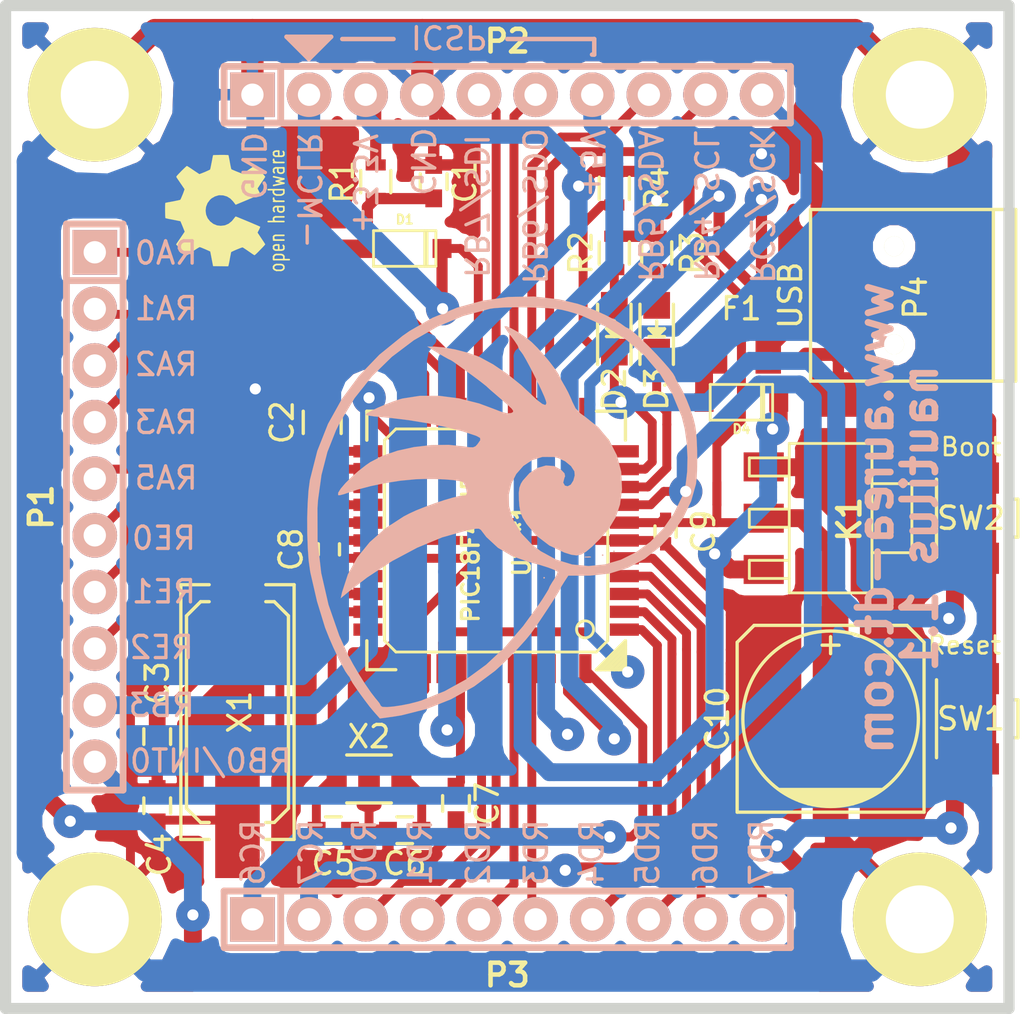
<source format=kicad_pcb>
(kicad_pcb (version 4) (host pcbnew no-vcs-found-product)
  (layers (0 F.Cu signal) (31 B.Cu signal) (34 B.Paste user) (35 F.Paste user) (36 B.SilkS user) (37 F.SilkS user) (38 B.Mask user) (39 F.Mask user) (44 Edge.Cuts user))
  (net 0 "")
  (net 1 +3.3V)
  (net 2 +5V)
  (net 3 /-MCLR)
  (net 4 /INT0)
  (net 5 GND)
  (net 6 "I²C SCL")
  (net 7 "I²C SDA")
  (net 8 "SPI MDI")
  (net 9 "SPI MDO")
  (net 10 "SPI SCK")
  (net 11 "Net-(C1-Pad1)")
  (net 12 "Net-(C2-Pad2)")
  (net 13 "Net-(C3-Pad2)")
  (net 14 "Net-(C4-Pad2)")
  (net 15 "Net-(C5-Pad2)")
  (net 16 "Net-(C6-Pad2)")
  (net 17 "Net-(D2-Pad1)")
  (net 18 "Net-(D2-Pad2)")
  (net 19 "Net-(D3-Pad1)")
  (net 20 "Net-(D3-Pad2)")
  (net 21 "Net-(D4-Pad1)")
  (net 22 "Net-(F1-Pad1)")
  (net 23 "Net-(P1-Pad1)")
  (net 24 "Net-(P1-Pad2)")
  (net 25 "Net-(P1-Pad3)")
  (net 26 "Net-(P1-Pad4)")
  (net 27 "Net-(P1-Pad5)")
  (net 28 "Net-(P1-Pad6)")
  (net 29 "Net-(P1-Pad7)")
  (net 30 "Net-(P1-Pad8)")
  (net 31 "Net-(P1-Pad9)")
  (net 32 "Net-(P3-Pad1)")
  (net 33 "Net-(P3-Pad2)")
  (net 34 "Net-(P3-Pad3)")
  (net 35 "Net-(P3-Pad4)")
  (net 36 "Net-(P3-Pad5)")
  (net 37 "Net-(P3-Pad6)")
  (net 38 "Net-(P3-Pad7)")
  (net 39 "Net-(P3-Pad8)")
  (net 40 "Net-(P3-Pad9)")
  (net 41 "Net-(P3-Pad10)")
  (net 42 "Net-(P4-Pad2)")
  (net 43 "Net-(P4-Pad3)")
  (module LOGO (layer B.Cu) (at 127.5 82.5 90)
    (fp_text reference G*** hide)
    (fp_text value LOGO hide)
  )
  (module 1pin (layer F.Cu) (at 146 64)
    (fp_text reference 1PIN hide)
    (fp_text value P*** hide)
    (pad 1 thru_hole circle (at 0 0) (size 6 6) (drill 3.048) (layers *.Cu *.Mask F.SilkS) (net 5 GND))
  )
  (module 1pin (layer F.Cu) (at 109 64)
    (fp_text reference 1PIN hide)
    (fp_text value P*** hide)
    (pad 1 thru_hole circle (at 0 0) (size 6 6) (drill 3.048) (layers *.Cu *.Mask F.SilkS) (net 5 GND))
  )
  (module 1pin (layer F.Cu) (at 146 101)
    (fp_text reference 1PIN hide)
    (fp_text value P*** hide)
    (pad 1 thru_hole circle (at 0 0) (size 6 6) (drill 3.048) (layers *.Cu *.Mask F.SilkS) (net 5 GND))
  )
  (module 1pin (layer F.Cu) (at 109 101)
    (fp_text reference 1PIN hide)
    (fp_text value P*** hide)
    (pad 1 thru_hole circle (at 0 0) (size 6 6) (drill 3.048) (layers *.Cu *.Mask F.SilkS) (net 5 GND))
  )
  (module Logo_silk_OSHW_6x6mm (layer F.Cu) (at 114.4 69.2 90)
    (fp_text reference G*** hide)
    (fp_text value LOGO hide)
  )
  (module Capacitors_SMD:C_0603 (layer F.Cu) (at 124.2 67.9 90)
    (fp_text reference C1 (at 0 1.4 90) (layer F.SilkS))
    (fp_text value 0.1uF)
    (pad 1 smd rect (at -0.75 0 90) (size 0.8 0.75) (layers F.Cu F.Paste F.Mask) (net 11 "Net-(C1-Pad1)"))
    (pad 2 smd rect (at 0.75 0 90) (size 0.8 0.75) (layers F.Cu F.Paste F.Mask) (net 5 GND))
  )
  (module Capacitors_SMD:C_0603 (layer F.Cu) (at 111.8 92.8 90)
    (fp_text reference C3 (at 2.4 0 90) (layer F.SilkS))
    (fp_text value 15pF)
    (pad 1 smd rect (at -0.75 0 90) (size 0.8 0.75) (layers F.Cu F.Paste F.Mask) (net 5 GND))
    (pad 2 smd rect (at 0.75 0 90) (size 0.8 0.75) (layers F.Cu F.Paste F.Mask) (net 13 "Net-(C3-Pad2)"))
  )
  (module Capacitors_SMD:C_0603 (layer F.Cu) (at 111.8 95.9 270)
    (fp_text reference C4 (at 2.2 -0.1 270) (layer F.SilkS))
    (fp_text value 15pF)
    (pad 1 smd rect (at -0.75 0 270) (size 0.8 0.75) (layers F.Cu F.Paste F.Mask) (net 5 GND))
    (pad 2 smd rect (at 0.75 0 270) (size 0.8 0.75) (layers F.Cu F.Paste F.Mask) (net 14 "Net-(C4-Pad2)"))
  )
  (module Capacitors_SMD:C_0603 (layer F.Cu) (at 119.7 97 180)
    (fp_text reference C5 (at 0 -1.5 180) (layer F.SilkS))
    (fp_text value 12pF)
    (pad 1 smd rect (at -0.75 0 180) (size 0.8 0.75) (layers F.Cu F.Paste F.Mask) (net 5 GND))
    (pad 2 smd rect (at 0.75 0 180) (size 0.8 0.75) (layers F.Cu F.Paste F.Mask) (net 15 "Net-(C5-Pad2)"))
  )
  (module Capacitors_SMD:C_0603 (layer F.Cu) (at 122.9 97)
    (fp_text reference C6 (at 0 1.5) (layer F.SilkS))
    (fp_text value 12pF)
    (pad 1 smd rect (at -0.75 0) (size 0.8 0.75) (layers F.Cu F.Paste F.Mask) (net 5 GND))
    (pad 2 smd rect (at 0.75 0) (size 0.8 0.75) (layers F.Cu F.Paste F.Mask) (net 16 "Net-(C6-Pad2)"))
  )
  (module Capacitors_SMD:C_0603 (layer F.Cu) (at 125.2 95.8 90)
    (fp_text reference C7 (at 0 1.4 90) (layer F.SilkS))
    (fp_text value 0.1uF)
    (pad 1 smd rect (at -0.75 0 90) (size 0.8 0.75) (layers F.Cu F.Paste F.Mask) (net 5 GND))
    (pad 2 smd rect (at 0.75 0 90) (size 0.8 0.75) (layers F.Cu F.Paste F.Mask) (net 1 +3.3V))
  )
  (module Capacitors_SMD:C_0402 (layer F.Cu) (at 119.5 84.4 90)
    (fp_text reference C8 (at 0 -1.7 90) (layer F.SilkS))
    (fp_text value 0.1uF)
    (pad 1 smd rect (at -0.55 0 90) (size 0.6 0.5) (layers F.Cu F.Paste F.Mask) (net 5 GND))
    (pad 2 smd rect (at 0.55 0 90) (size 0.6 0.5) (layers F.Cu F.Paste F.Mask) (net 1 +3.3V))
  )
  (module Capacitors_SMD:C_0402 (layer F.Cu) (at 134.6 83.6 270)
    (fp_text reference C9 (at 0 -1.7 270) (layer F.SilkS))
    (fp_text value 0.1uF)
    (pad 1 smd rect (at -0.55 0 270) (size 0.6 0.5) (layers F.Cu F.Paste F.Mask) (net 1 +3.3V))
    (pad 2 smd rect (at 0.55 0 270) (size 0.6 0.5) (layers F.Cu F.Paste F.Mask) (net 5 GND))
  )
  (module w_smd_diode:sod123 (layer F.Cu) (at 122.9 70.9)
    (fp_text reference D1 (at 0 -1.30048) (layer F.SilkS) (effects (font (size 0.4 0.4) (thickness 0.1))))
    (fp_text value DIODESCH hide)
    (pad 2 smd rect (at 1.67386 0) (size 0.8509 0.8509) (layers F.Cu F.Paste F.Mask) (net 3 /-MCLR))
    (pad 1 smd rect (at -1.67386 0) (size 0.8509 0.8509) (layers F.Cu F.Paste F.Mask) (net 11 "Net-(C1-Pad1)"))
  )
  (module LEDs:LED-0805 (layer F.Cu) (at 132.3 74.5 90)
    (fp_text reference D2 (at -2.7 0 90) (layer F.SilkS))
    (fp_text value LED)
    (pad 2 smd rect (at 1.04902 0 270) (size 1.19888 1.19888) (layers F.Cu F.Paste F.Mask) (net 18 "Net-(D2-Pad2)"))
    (pad 1 smd rect (at -1.04902 0 270) (size 1.19888 1.19888) (layers F.Cu F.Paste F.Mask) (net 17 "Net-(D2-Pad1)"))
  )
  (module LEDs:LED-0805 (layer F.Cu) (at 134.2 74.5 90)
    (fp_text reference D3 (at -2.7 0 90) (layer F.SilkS))
    (fp_text value LED)
    (pad 2 smd rect (at 1.04902 0 270) (size 1.19888 1.19888) (layers F.Cu F.Paste F.Mask) (net 20 "Net-(D3-Pad2)"))
    (pad 1 smd rect (at -1.04902 0 270) (size 1.19888 1.19888) (layers F.Cu F.Paste F.Mask) (net 19 "Net-(D3-Pad1)"))
  )
  (module w_smd_diode:sod123 (layer F.Cu) (at 138 77.8)
    (fp_text reference D4 (at 0 1.2) (layer F.SilkS) (effects (font (size 0.4 0.4) (thickness 0.1))))
    (fp_text value DIODESCH hide)
    (pad 2 smd rect (at 1.67386 0) (size 0.8509 0.8509) (layers F.Cu F.Paste F.Mask) (net 2 +5V))
    (pad 1 smd rect (at -1.67386 0) (size 0.8509 0.8509) (layers F.Cu F.Paste F.Mask) (net 21 "Net-(D4-Pad1)"))
  )
  (module w_smd_trans:sot223 (layer F.Cu) (at 142 83 270)
    (fp_text reference K1 (at 0.0508 -0.8382 270) (layer F.SilkS) (effects (font (size 1.00076 1.00076) (thickness 0.20066))))
    (fp_text value LD1117 hide)
    (pad 1 smd rect (at -2.30124 2.99974 270) (size 1.30048 1.80086) (layers F.Cu F.Paste F.Mask) (net 5 GND))
    (pad 2 smd rect (at 0 2.99974 270) (size 1.30048 1.80086) (layers F.Cu F.Paste F.Mask) (net 1 +3.3V))
    (pad 3 smd rect (at 2.30124 2.99974 270) (size 1.30048 1.80086) (layers F.Cu F.Paste F.Mask) (net 2 +5V))
    (pad 4 smd rect (at 0 -2.99974 270) (size 3.79984 1.80086) (layers F.Cu F.Paste F.Mask))
  )
  (module w_pin_strip:pin_socket_10 (layer B.Cu) (at 109 82.5 270)
    (fp_text reference P1 (at 0 2.4 270) (layer F.SilkS) (effects (font (size 1.016 1.016) (thickness 0.2032))))
    (fp_text value PORT1 hide)
    (pad 1 thru_hole rect (at -11.43 0 270) (size 2 2) (drill 1.00076) (layers *.Cu *.Mask B.SilkS) (net 23 "Net-(P1-Pad1)"))
    (pad 2 thru_hole circle (at -8.89 0 270) (size 2 2) (drill 1.00076) (layers *.Cu *.Mask B.SilkS) (net 24 "Net-(P1-Pad2)"))
    (pad 3 thru_hole circle (at -6.35 0 270) (size 2 2) (drill 1.00076) (layers *.Cu *.Mask B.SilkS) (net 25 "Net-(P1-Pad3)"))
    (pad 4 thru_hole circle (at -3.81 0 270) (size 2 2) (drill 1.00076) (layers *.Cu *.Mask B.SilkS) (net 26 "Net-(P1-Pad4)"))
    (pad 5 thru_hole circle (at -1.27 0 270) (size 2 2) (drill 1.00076) (layers *.Cu *.Mask B.SilkS) (net 27 "Net-(P1-Pad5)"))
    (pad 6 thru_hole circle (at 1.27 0 270) (size 2 2) (drill 1.00076) (layers *.Cu *.Mask B.SilkS) (net 28 "Net-(P1-Pad6)"))
    (pad 7 thru_hole circle (at 3.81 0 270) (size 2 2) (drill 1.00076) (layers *.Cu *.Mask B.SilkS) (net 29 "Net-(P1-Pad7)"))
    (pad 8 thru_hole circle (at 6.35 0 270) (size 2 2) (drill 1.00076) (layers *.Cu *.Mask B.SilkS) (net 30 "Net-(P1-Pad8)"))
    (pad 9 thru_hole circle (at 8.89 0 270) (size 2 2) (drill 1.00076) (layers *.Cu *.Mask B.SilkS) (net 31 "Net-(P1-Pad9)"))
    (pad 10 thru_hole circle (at 11.43 0 270) (size 2 2) (drill 1.00076) (layers *.Cu *.Mask B.SilkS) (net 4 /INT0))
  )
  (module w_pin_strip:pin_socket_10 (layer B.Cu) (at 127.5 64)
    (fp_text reference P2 (at 0 -2.4) (layer F.SilkS) (effects (font (size 1.016 1.016) (thickness 0.2032))))
    (fp_text value ICSP hide)
    (pad 1 thru_hole rect (at -11.43 0) (size 2 2) (drill 1.00076) (layers *.Cu *.Mask B.SilkS) (net 5 GND))
    (pad 2 thru_hole circle (at -8.89 0) (size 2 2) (drill 1.00076) (layers *.Cu *.Mask B.SilkS) (net 3 /-MCLR))
    (pad 3 thru_hole circle (at -6.35 0) (size 2 2) (drill 1.00076) (layers *.Cu *.Mask B.SilkS) (net 1 +3.3V))
    (pad 4 thru_hole circle (at -3.81 0) (size 2 2) (drill 1.00076) (layers *.Cu *.Mask B.SilkS) (net 5 GND))
    (pad 5 thru_hole circle (at -1.27 0) (size 2 2) (drill 1.00076) (layers *.Cu *.Mask B.SilkS) (net 8 "SPI MDI"))
    (pad 6 thru_hole circle (at 1.27 0) (size 2 2) (drill 1.00076) (layers *.Cu *.Mask B.SilkS) (net 9 "SPI MDO"))
    (pad 7 thru_hole circle (at 3.81 0) (size 2 2) (drill 1.00076) (layers *.Cu *.Mask B.SilkS) (net 2 +5V))
    (pad 8 thru_hole circle (at 6.35 0) (size 2 2) (drill 1.00076) (layers *.Cu *.Mask B.SilkS) (net 7 "I²C SDA"))
    (pad 9 thru_hole circle (at 8.89 0) (size 2 2) (drill 1.00076) (layers *.Cu *.Mask B.SilkS) (net 6 "I²C SCL"))
    (pad 10 thru_hole circle (at 11.43 0) (size 2 2) (drill 1.00076) (layers *.Cu *.Mask B.SilkS) (net 10 "SPI SCK"))
  )
  (module w_pin_strip:pin_socket_10 (layer B.Cu) (at 127.5 101)
    (fp_text reference P3 (at 0 2.5) (layer F.SilkS) (effects (font (size 1.016 1.016) (thickness 0.2032))))
    (fp_text value PORTD hide)
    (pad 1 thru_hole rect (at -11.43 0) (size 2 2) (drill 1.00076) (layers *.Cu *.Mask B.SilkS) (net 32 "Net-(P3-Pad1)"))
    (pad 2 thru_hole circle (at -8.89 0) (size 2 2) (drill 1.00076) (layers *.Cu *.Mask B.SilkS) (net 33 "Net-(P3-Pad2)"))
    (pad 3 thru_hole circle (at -6.35 0) (size 2 2) (drill 1.00076) (layers *.Cu *.Mask B.SilkS) (net 34 "Net-(P3-Pad3)"))
    (pad 4 thru_hole circle (at -3.81 0) (size 2 2) (drill 1.00076) (layers *.Cu *.Mask B.SilkS) (net 35 "Net-(P3-Pad4)"))
    (pad 5 thru_hole circle (at -1.27 0) (size 2 2) (drill 1.00076) (layers *.Cu *.Mask B.SilkS) (net 36 "Net-(P3-Pad5)"))
    (pad 6 thru_hole circle (at 1.27 0) (size 2 2) (drill 1.00076) (layers *.Cu *.Mask B.SilkS) (net 37 "Net-(P3-Pad6)"))
    (pad 7 thru_hole circle (at 3.81 0) (size 2 2) (drill 1.00076) (layers *.Cu *.Mask B.SilkS) (net 38 "Net-(P3-Pad7)"))
    (pad 8 thru_hole circle (at 6.35 0) (size 2 2) (drill 1.00076) (layers *.Cu *.Mask B.SilkS) (net 39 "Net-(P3-Pad8)"))
    (pad 9 thru_hole circle (at 8.89 0) (size 2 2) (drill 1.00076) (layers *.Cu *.Mask B.SilkS) (net 40 "Net-(P3-Pad9)"))
    (pad 10 thru_hole circle (at 11.43 0) (size 2 2) (drill 1.00076) (layers *.Cu *.Mask B.SilkS) (net 41 "Net-(P3-Pad10)"))
  )
  (module Resistors_SMD:R_0603 (layer F.Cu) (at 121.6 67.9 270)
    (fp_text reference R1 (at 0 1.5 270) (layer F.SilkS))
    (fp_text value 10K)
    (pad 1 smd rect (at -0.75 0 270) (size 0.5 0.9) (layers F.Cu F.Paste F.Mask) (net 1 +3.3V))
    (pad 2 smd rect (at 0.75 0 270) (size 0.5 0.9) (layers F.Cu F.Paste F.Mask) (net 11 "Net-(C1-Pad1)"))
  )
  (module Resistors_SMD:R_0603 (layer F.Cu) (at 132.3 71.1 270)
    (fp_text reference R2 (at 0 1.5 270) (layer F.SilkS))
    (fp_text value 1K)
    (pad 1 smd rect (at -0.75 0 270) (size 0.5 0.9) (layers F.Cu F.Paste F.Mask) (net 5 GND))
    (pad 2 smd rect (at 0.75 0 270) (size 0.5 0.9) (layers F.Cu F.Paste F.Mask) (net 18 "Net-(D2-Pad2)"))
  )
  (module Resistors_SMD:R_0603 (layer F.Cu) (at 134.2 71.1 270)
    (fp_text reference R3 (at 0 -1.6 270) (layer F.SilkS))
    (fp_text value 1K)
    (pad 1 smd rect (at -0.75 0 270) (size 0.5 0.9) (layers F.Cu F.Paste F.Mask) (net 5 GND))
    (pad 2 smd rect (at 0.75 0 270) (size 0.5 0.9) (layers F.Cu F.Paste F.Mask) (net 20 "Net-(D3-Pad2)"))
  )
  (module Resistors_SMD:R_0603 (layer F.Cu) (at 132.3 68.2 270)
    (fp_text reference R4 (at 0 -1.9 270) (layer F.SilkS))
    (fp_text value 10K)
    (pad 1 smd rect (at -0.75 0 270) (size 0.5 0.9) (layers F.Cu F.Paste F.Mask) (net 1 +3.3V))
    (pad 2 smd rect (at 0.75 0 270) (size 0.5 0.9) (layers F.Cu F.Paste F.Mask) (net 17 "Net-(D2-Pad1)"))
  )
  (module Resistors_SMD:R_1206 (layer F.Cu) (at 121.3 94.7 180)
    (fp_text reference X2 (at 0 1.9 180) (layer F.SilkS))
    (fp_text value 32.768KHz)
    (pad 1 smd rect (at -1.45 0 180) (size 0.9 1.7) (layers F.Cu F.Paste F.Mask) (net 16 "Net-(C6-Pad2)"))
    (pad 2 smd rect (at 1.45 0 180) (size 0.9 1.7) (layers F.Cu F.Paste F.Mask) (net 15 "Net-(C5-Pad2)"))
  )
  (module Capacitors_SMD:c_elec_8x6.5 (layer F.Cu) (at 142 92 90)
    (fp_text reference C10 (at 0 -5.08 90) (layer F.SilkS))
    (fp_text value 100uF)
    (pad 1 smd rect (at 3.05054 0 90) (size 4.0005 1.6002) (layers F.Cu F.Paste F.Mask) (net 1 +3.3V))
    (pad 2 smd rect (at -3.05054 0 90) (size 4.0005 1.6002) (layers F.Cu F.Paste F.Mask) (net 5 GND))
  )
  (module w_smd_lqfp:lqfp44 (layer F.Cu) (at 127 84 90)
    (fp_text reference U***1 (at 0 1.143 90) (layer F.SilkS) (effects (font (size 0.7493 0.7493) (thickness 0.14986))))
    (fp_text value PIC18F47J53 (at 0 -1.143 90) (layer F.SilkS) (effects (font (size 0.7493 0.7493) (thickness 0.14986))))
    (pad 4 smd rect (at -1.6002 5.75056 90) (size 0.55118 1.30048) (layers F.Cu F.Paste F.Mask) (net 40 "Net-(P3-Pad9)"))
    (pad 5 smd rect (at -0.8001 5.75056 90) (size 0.55118 1.30048) (layers F.Cu F.Paste F.Mask) (net 41 "Net-(P3-Pad10)"))
    (pad 6 smd rect (at 0 5.75056 90) (size 0.55118 1.30048) (layers F.Cu F.Paste F.Mask) (net 5 GND))
    (pad 7 smd rect (at 0.8001 5.75056 90) (size 0.55118 1.30048) (layers F.Cu F.Paste F.Mask) (net 1 +3.3V))
    (pad 8 smd rect (at 1.6002 5.75056 90) (size 0.55118 1.30048) (layers F.Cu F.Paste F.Mask) (net 4 /INT0))
    (pad 1 smd rect (at -4.0005 5.75056 90) (size 0.55118 1.30048) (layers F.Cu F.Paste F.Mask) (net 33 "Net-(P3-Pad2)"))
    (pad 2 smd rect (at -3.2004 5.75056 90) (size 0.55118 1.30048) (layers F.Cu F.Paste F.Mask) (net 38 "Net-(P3-Pad7)"))
    (pad 3 smd rect (at -2.4003 5.75056 90) (size 0.55118 1.30048) (layers F.Cu F.Paste F.Mask) (net 39 "Net-(P3-Pad8)"))
    (pad 12 smd rect (at 5.75056 4.0005 90) (size 1.30048 0.55118) (layers F.Cu F.Paste F.Mask))
    (pad 13 smd rect (at 5.75056 3.2004 90) (size 1.30048 0.55118) (layers F.Cu F.Paste F.Mask))
    (pad 14 smd rect (at 5.75056 2.4003 90) (size 1.30048 0.55118) (layers F.Cu F.Paste F.Mask) (net 6 "I²C SCL"))
    (pad 15 smd rect (at 5.75056 1.6002 90) (size 1.30048 0.55118) (layers F.Cu F.Paste F.Mask) (net 7 "I²C SDA"))
    (pad 16 smd rect (at 5.75056 0.8001 90) (size 1.30048 0.55118) (layers F.Cu F.Paste F.Mask) (net 9 "SPI MDO"))
    (pad 17 smd rect (at 5.75056 0 90) (size 1.30048 0.55118) (layers F.Cu F.Paste F.Mask) (net 8 "SPI MDI"))
    (pad 18 smd rect (at 5.75056 -0.8001 90) (size 1.30048 0.55118) (layers F.Cu F.Paste F.Mask) (net 3 /-MCLR))
    (pad 19 smd rect (at 5.75056 -1.6002 90) (size 1.30048 0.55118) (layers F.Cu F.Paste F.Mask) (net 23 "Net-(P1-Pad1)"))
    (pad 23 smd rect (at 4.0005 -5.75056 90) (size 0.55118 1.30048) (layers F.Cu F.Paste F.Mask) (net 12 "Net-(C2-Pad2)"))
    (pad 24 smd rect (at 3.2004 -5.75056 90) (size 0.55118 1.30048) (layers F.Cu F.Paste F.Mask) (net 27 "Net-(P1-Pad5)"))
    (pad 25 smd rect (at 2.4003 -5.75056 90) (size 0.55118 1.30048) (layers F.Cu F.Paste F.Mask) (net 28 "Net-(P1-Pad6)"))
    (pad 26 smd rect (at 1.6002 -5.75056 90) (size 0.55118 1.30048) (layers F.Cu F.Paste F.Mask) (net 29 "Net-(P1-Pad7)"))
    (pad 27 smd rect (at 0.8001 -5.75056 90) (size 0.55118 1.30048) (layers F.Cu F.Paste F.Mask) (net 30 "Net-(P1-Pad8)"))
    (pad 28 smd rect (at 0 -5.75056 90) (size 0.55118 1.30048) (layers F.Cu F.Paste F.Mask) (net 1 +3.3V))
    (pad 29 smd rect (at -0.8001 -5.75056 90) (size 0.55118 1.30048) (layers F.Cu F.Paste F.Mask) (net 5 GND))
    (pad 30 smd rect (at -1.6002 -5.75056 90) (size 0.55118 1.30048) (layers F.Cu F.Paste F.Mask) (net 13 "Net-(C3-Pad2)"))
    (pad 34 smd rect (at -5.75056 -4.0005 90) (size 1.30048 0.55118) (layers F.Cu F.Paste F.Mask))
    (pad 35 smd rect (at -5.75056 -3.2004 90) (size 1.30048 0.55118) (layers F.Cu F.Paste F.Mask) (net 16 "Net-(C6-Pad2)"))
    (pad 36 smd rect (at -5.75056 -2.4003 90) (size 1.30048 0.55118) (layers F.Cu F.Paste F.Mask) (net 10 "SPI SCK"))
    (pad 37 smd rect (at -5.75056 -1.6002 90) (size 1.30048 0.55118) (layers F.Cu F.Paste F.Mask) (net 1 +3.3V))
    (pad 38 smd rect (at -5.75056 -0.8001 90) (size 1.30048 0.55118) (layers F.Cu F.Paste F.Mask) (net 34 "Net-(P3-Pad3)"))
    (pad 39 smd rect (at -5.75056 0 90) (size 1.30048 0.55118) (layers F.Cu F.Paste F.Mask) (net 35 "Net-(P3-Pad4)"))
    (pad 40 smd rect (at -5.75056 0.8001 90) (size 1.30048 0.55118) (layers F.Cu F.Paste F.Mask) (net 36 "Net-(P3-Pad5)"))
    (pad 41 smd rect (at -5.75056 1.6002 90) (size 1.30048 0.55118) (layers F.Cu F.Paste F.Mask) (net 37 "Net-(P3-Pad6)"))
    (pad 9 smd rect (at 2.4003 5.75056 90) (size 0.55118 1.30048) (layers F.Cu F.Paste F.Mask) (net 19 "Net-(D3-Pad1)"))
    (pad 10 smd rect (at 3.2004 5.75056 90) (size 0.55118 1.30048) (layers F.Cu F.Paste F.Mask) (net 17 "Net-(D2-Pad1)"))
    (pad 11 smd rect (at 4.0005 5.75056 90) (size 0.55118 1.30048) (layers F.Cu F.Paste F.Mask) (net 31 "Net-(P1-Pad9)"))
    (pad 20 smd rect (at 5.75056 -2.4003 90) (size 1.30048 0.55118) (layers F.Cu F.Paste F.Mask) (net 24 "Net-(P1-Pad2)"))
    (pad 21 smd rect (at 5.75056 -3.2004 90) (size 1.30048 0.55118) (layers F.Cu F.Paste F.Mask) (net 25 "Net-(P1-Pad3)"))
    (pad 22 smd rect (at 5.75056 -4.0005 90) (size 1.30048 0.55118) (layers F.Cu F.Paste F.Mask) (net 26 "Net-(P1-Pad4)"))
    (pad 31 smd rect (at -2.4003 -5.75056 90) (size 0.55118 1.30048) (layers F.Cu F.Paste F.Mask) (net 14 "Net-(C4-Pad2)"))
    (pad 32 smd rect (at -3.2004 -5.75056 90) (size 0.55118 1.30048) (layers F.Cu F.Paste F.Mask) (net 15 "Net-(C5-Pad2)"))
    (pad 33 smd rect (at -4.0005 -5.75056 90) (size 0.55118 1.30048) (layers F.Cu F.Paste F.Mask))
    (pad 42 smd rect (at -5.75056 2.4003 90) (size 1.30048 0.55118) (layers F.Cu F.Paste F.Mask) (net 42 "Net-(P4-Pad2)"))
    (pad 43 smd rect (at -5.75056 3.2004 90) (size 1.30048 0.55118) (layers F.Cu F.Paste F.Mask) (net 43 "Net-(P4-Pad3)"))
    (pad 44 smd rect (at -5.75056 4.0005 90) (size 1.30048 0.55118) (layers F.Cu F.Paste F.Mask) (net 32 "Net-(P3-Pad1)"))
  )
  (module Buttons_Switches_SMD:SW_SPST_EVQP7A (layer F.Cu) (at 148.3 92 90)
    (fp_text reference SW1 (at 0 0 180) (layer F.SilkS))
    (fp_text value Reset (at 3.3 -0.3 180) (layer F.SilkS) (effects (font (size 0.8 0.8) (thickness 0.12))))
    (pad 1 smd rect (at 1.8 -0.725 90) (size 1.4 1.05) (layers F.Cu F.Paste F.Mask) (net 11 "Net-(C1-Pad1)"))
    (pad 1 smd rect (at -1.8 -0.725 90) (size 1.4 1.05) (layers F.Cu F.Paste F.Mask) (net 11 "Net-(C1-Pad1)"))
    (pad 2 smd rect (at 1.8 0.725 90) (size 1.4 1.05) (layers F.Cu F.Paste F.Mask) (net 5 GND))
    (pad 2 smd rect (at -1.8 0.725 90) (size 1.4 1.05) (layers F.Cu F.Paste F.Mask) (net 5 GND))
  )
  (module Buttons_Switches_SMD:SW_SPST_EVQP7A (layer F.Cu) (at 148.3 83 90)
    (fp_text reference SW2 (at 0 0 180) (layer F.SilkS))
    (fp_text value Boot (at 3.2 0 180) (layer F.SilkS) (effects (font (size 0.8 0.8) (thickness 0.12))))
    (pad 1 smd rect (at 1.8 -0.725 90) (size 1.4 1.05) (layers F.Cu F.Paste F.Mask) (net 17 "Net-(D2-Pad1)"))
    (pad 1 smd rect (at -1.8 -0.725 90) (size 1.4 1.05) (layers F.Cu F.Paste F.Mask) (net 17 "Net-(D2-Pad1)"))
    (pad 2 smd rect (at 1.8 0.725 90) (size 1.4 1.05) (layers F.Cu F.Paste F.Mask) (net 5 GND))
    (pad 2 smd rect (at -1.8 0.725 90) (size 1.4 1.05) (layers F.Cu F.Paste F.Mask) (net 5 GND))
  )
  (module Crystals_Oscillators_SMD:Q_49U3HMS (layer F.Cu) (at 115.4 91.7 90)
    (fp_text reference X1 (at 0 0.1 90) (layer F.SilkS))
    (fp_text value 20MHz)
    (pad 1 smd rect (at -4.699 0 90) (size 5.4991 1.99898) (layers F.Cu F.Paste F.Mask) (net 14 "Net-(C4-Pad2)"))
    (pad 2 smd rect (at 4.699 0 90) (size 5.4991 1.99898) (layers F.Cu F.Paste F.Mask) (net 13 "Net-(C3-Pad2)"))
  )
  (module Fuse_Holders_and_Fuses:Fuse_SMD1206_Reflow (layer F.Cu) (at 138 75.5 180)
    (fp_text reference F1 (at 0 1.9 180) (layer F.SilkS))
    (fp_text value FUSE)
    (pad 1 smd rect (at -1.20396 0 270) (size 2.02946 1.14046) (layers F.Cu F.Paste F.Mask) (net 22 "Net-(F1-Pad1)"))
    (pad 2 smd rect (at 1.20396 0 270) (size 2.02946 1.14046) (layers F.Cu F.Paste F.Mask) (net 21 "Net-(D4-Pad1)"))
  )
  (module Connect:USB_Mini-B (layer F.Cu) (at 145.7 73 180)
    (fp_text reference P4 (at -0.1 -0.1 270) (layer F.SilkS))
    (fp_text value USB (at 5.5 0 270) (layer F.SilkS))
    (pad 1 smd rect (at 3.44932 -1.6002 180) (size 2.30124 0.50038) (layers F.Cu F.Paste F.Mask) (net 22 "Net-(F1-Pad1)"))
    (pad 2 smd rect (at 3.44932 -0.8001 180) (size 2.30124 0.50038) (layers F.Cu F.Paste F.Mask) (net 42 "Net-(P4-Pad2)"))
    (pad 3 smd rect (at 3.44932 0 180) (size 2.30124 0.50038) (layers F.Cu F.Paste F.Mask) (net 43 "Net-(P4-Pad3)"))
    (pad 4 smd rect (at 3.44932 0.8001 180) (size 2.30124 0.50038) (layers F.Cu F.Paste F.Mask))
    (pad 5 smd rect (at 3.44932 1.6002 180) (size 2.30124 0.50038) (layers F.Cu F.Paste F.Mask) (net 5 GND))
    (pad 6 smd rect (at 3.35026 -4.45008 180) (size 2.49936 1.99898) (layers F.Cu F.Paste F.Mask) (net 5 GND))
    (pad 6 smd rect (at -2.14884 -4.45008 180) (size 2.49936 1.99898) (layers F.Cu F.Paste F.Mask) (net 5 GND))
    (pad 6 smd rect (at 3.35026 4.45008 180) (size 2.49936 1.99898) (layers F.Cu F.Paste F.Mask) (net 5 GND))
    (pad 6 smd rect (at -2.14884 4.45008 180) (size 2.49936 1.99898) (layers F.Cu F.Paste F.Mask) (net 5 GND))
    (pad "" np_thru_hole circle (at 0.8509 -2.19964 180) (size 0.89916 0.89916) (drill 0.89916) (layers *.Cu *.Mask F.SilkS))
    (pad "" np_thru_hole circle (at 0.8509 2.19964 180) (size 0.89916 0.89916) (drill 0.89916) (layers *.Cu *.Mask F.SilkS))
  )
  (module Capacitors_SMD:C_0805 (layer F.Cu) (at 119.2 78.7 270)
    (fp_text reference C2 (at 0 1.8 270) (layer F.SilkS))
    (fp_text value 10uF)
    (pad 1 smd rect (at -1 0 270) (size 1 1.25) (layers F.Cu F.Paste F.Mask) (net 5 GND))
    (pad 2 smd rect (at 1 0 270) (size 1 1.25) (layers F.Cu F.Paste F.Mask) (net 12 "Net-(C2-Pad2)"))
  )
  (gr_text RB3 (at 112 91.4) (layer B.SilkS) (effects (font (size 1 1)) (justify mirror)))
  (gr_text RE2 (at 112 88.8) (layer B.SilkS) (effects (font (size 1 1)) (justify mirror)))
  (gr_text RE1 (at 112.1 86.3) (layer B.SilkS) (effects (font (size 1 1)) (justify mirror)))
  (gr_text RE0 (at 112.1 83.9) (layer B.SilkS) (effects (font (size 1 1)) (justify mirror)))
  (gr_text RA5 (at 112.2 81.2) (layer B.SilkS) (effects (font (size 1 1)) (justify mirror)))
  (gr_text RA3 (at 112.2 78.7) (layer B.SilkS) (effects (font (size 1 1)) (justify mirror)))
  (gr_text RA2 (at 112.2 76.1) (layer B.SilkS) (effects (font (size 1 1)) (justify mirror)))
  (gr_text RA1 (at 112.2 73.6) (layer B.SilkS) (effects (font (size 1 1)) (justify mirror)))
  (gr_text RA0 (at 112.2 71.1) (layer B.SilkS) (effects (font (size 1 1)) (justify mirror)))
  (gr_text RD7 (at 138.9 98 90) (layer B.SilkS) (effects (font (size 1 1)) (justify mirror)))
  (gr_text RD6 (at 136.4 98 90) (layer B.SilkS) (effects (font (size 1 1)) (justify mirror)))
  (gr_text RD5 (at 133.8 98 90) (layer B.SilkS) (effects (font (size 1 1)) (justify mirror)))
  (gr_text RD4 (at 131.3 98 90) (layer B.SilkS) (effects (font (size 1 1)) (justify mirror)))
  (gr_text RD3 (at 128.8 98 90) (layer B.SilkS) (effects (font (size 1 1)) (justify mirror)))
  (gr_text RD2 (at 126.2 98 90) (layer B.SilkS) (effects (font (size 1 1)) (justify mirror)))
  (gr_text RD1 (at 123.6 98 90) (layer B.SilkS) (effects (font (size 1 1)) (justify mirror)))
  (gr_text RD0 (at 121.1 98 90) (layer B.SilkS) (effects (font (size 1 1)) (justify mirror)))
  (gr_text RC7 (at 118.7 98 90) (layer B.SilkS) (effects (font (size 1 1)) (justify mirror)))
  (gr_text RC6 (at 116.1 98 90) (layer B.SilkS) (effects (font (size 1 1)) (justify mirror)))
  (gr_text "nautilus 1.1" (at 146 83 90) (layer B.SilkS) (effects (font (size 1.5 1.5) (thickness 0.3)) (justify mirror)))
  (gr_text www.aurea-dt.com (at 144 83 90) (layer B.SilkS) (effects (font (size 1.5 1.5) (thickness 0.3)) (justify mirror)))
  (gr_line (start 122.4 61.5) (end 120.1 61.5) (angle 90) (layer B.SilkS) (width 0.2))
  (gr_line (start 118.7 61.7) (end 118.6 61.8) (angle 90) (layer B.SilkS) (width 0.2))
  (gr_line (start 118.3 61.7) (end 118.7 61.7) (angle 90) (layer B.SilkS) (width 0.2))
  (gr_line (start 118.6 62) (end 118.3 61.7) (angle 90) (layer B.SilkS) (width 0.2))
  (gr_line (start 119 61.6) (end 118.6 62) (angle 90) (layer B.SilkS) (width 0.2))
  (gr_line (start 118 61.6) (end 119 61.6) (angle 90) (layer B.SilkS) (width 0.2))
  (gr_line (start 118.6 62.2) (end 118 61.6) (angle 90) (layer B.SilkS) (width 0.2))
  (gr_line (start 119.3 61.5) (end 118.6 62.2) (angle 90) (layer B.SilkS) (width 0.2))
  (gr_line (start 117.8 61.5) (end 119.3 61.5) (angle 90) (layer B.SilkS) (width 0.2))
  (gr_line (start 117.6 61.4) (end 119.6 61.4) (angle 90) (layer B.SilkS) (width 0.2))
  (gr_line (start 118.6 62.4) (end 117.6 61.4) (angle 90) (layer B.SilkS) (width 0.2))
  (gr_line (start 118.6 62.4) (end 119.6 61.4) (angle 90) (layer B.SilkS) (width 0.2))
  (gr_line (start 131.4 62.2) (end 131.3 62.2) (angle 90) (layer B.SilkS) (width 0.2))
  (gr_line (start 131.4 61.5) (end 131.4 62.2) (angle 90) (layer B.SilkS) (width 0.2))
  (gr_line (start 127.5 61.5) (end 131.4 61.5) (angle 90) (layer B.SilkS) (width 0.2))
  (gr_text ICSP (at 124.9 61.4 180) (layer B.SilkS) (effects (font (size 1 1)) (justify mirror)))
  (gr_text GND (at 123.7 67 270) (layer B.SilkS) (effects (font (size 1 1)) (justify mirror)))
  (gr_text GND (at 116.1 67.2 270) (layer B.SilkS) (effects (font (size 1 1)) (justify mirror)))
  (gr_text -MCLR (at 118.6 68.3 270) (layer B.SilkS) (effects (font (size 1 1)) (justify mirror)))
  (gr_text +3.3V (at 121.1 68 270) (layer B.SilkS) (effects (font (size 1 1)) (justify mirror)))
  (gr_text +5V (at 131.3 67.1 270) (layer B.SilkS) (effects (font (size 1 1)) (justify mirror)))
  (gr_text RC2/SCK (at 138.9 69 270) (layer B.SilkS) (effects (font (size 1 1)) (justify mirror)))
  (gr_text RB7/SDI (at 126.1 69 270) (layer B.SilkS) (effects (font (size 1 1)) (justify mirror)))
  (gr_text RB6/SDO (at 128.7 69 270) (layer B.SilkS) (effects (font (size 1 1)) (justify mirror)))
  (gr_text RB0/INT0 (at 114.2 93.9) (layer B.SilkS) (effects (font (size 1 1)) (justify mirror)))
  (gr_text RB4/SCL (at 136.4 69 270) (layer B.SilkS) (effects (font (size 1 1)) (justify mirror)))
  (gr_text RB5/SDA (at 133.9 69 270) (layer B.SilkS) (effects (font (size 1 1)) (justify mirror)))
  (gr_line (start 105 105) (end 105 60) (angle 90) (layer Edge.Cuts) (width 0.5))
  (gr_line (start 150 105) (end 105 105) (angle 90) (layer Edge.Cuts) (width 0.5))
  (gr_line (start 150 60) (end 150 105) (angle 90) (layer Edge.Cuts) (width 0.5))
  (gr_line (start 105 60) (end 150 60) (angle 90) (layer Edge.Cuts) (width 0.5))
  (segment (start 121.24944 84) (end 119.65 84) (width 0.4) (layer F.Cu) (net 1))
  (segment (start 119.65 84) (end 119.5 83.85) (width 0.4) (layer F.Cu) (net 1))
  (segment (start 136.9 82.4) (end 136.9 83.1999) (width 0.4) (layer F.Cu) (net 1))
  (segment (start 132.75056 83.1999) (end 136.9 83.1999) (width 0.4) (layer F.Cu) (net 1))
  (segment (start 136.9 83.1999) (end 138.80036 83.1999) (width 0.4) (layer F.Cu) (net 1))
  (segment (start 138.80036 83.1999) (end 139.00026 83) (width 0.4) (layer F.Cu) (net 1))
  (segment (start 132.75056 83.1999) (end 134.353902 83.1999) (width 0.4) (layer F.Cu) (net 1))
  (segment (start 134.353902 83.1999) (end 134.5 83.053802) (width 0.4) (layer F.Cu) (net 1))
  (segment (start 134.5 83.053802) (end 134.5 83.05) (width 0.4) (layer F.Cu) (net 1))
  (segment (start 132.3 67.438) (end 135.088 67.438) (width 0.5) (layer F.Cu) (net 1))
  (segment (start 135.65 69.5) (end 136.1 69.95) (width 0.5) (layer F.Cu) (net 1))
  (segment (start 135.65 68) (end 135.65 69.5) (width 0.5) (layer F.Cu) (net 1))
  (segment (start 135.088 67.438) (end 135.65 68) (width 0.5) (layer F.Cu) (net 1))
  (segment (start 138 75.4) (end 138 73.06193) (width 0.4) (layer F.Cu) (net 1))
  (segment (start 138 73.06193) (end 136.295998 71.357928) (width 0.4) (layer F.Cu) (net 1))
  (segment (start 136.295998 71.357928) (end 136.295998 70.145998) (width 0.4) (layer F.Cu) (net 1))
  (segment (start 136.295998 70.145998) (end 136.1 69.95) (width 0.4) (layer F.Cu) (net 1))
  (segment (start 136.9 82.4) (end 136.9 79.7) (width 0.4) (layer F.Cu) (net 1))
  (segment (start 138 78.6) (end 138 75.4) (width 0.4) (layer F.Cu) (net 1))
  (segment (start 138 75.4) (end 138 75.25) (width 0.4) (layer F.Cu) (net 1))
  (segment (start 138 75.25) (end 138 75.1) (width 0.4) (layer F.Cu) (net 1))
  (segment (start 136.9 79.7) (end 138 78.6) (width 0.4) (layer F.Cu) (net 1))
  (segment (start 132.3 67.438) (end 131.362 67.438) (width 0.5) (layer F.Cu) (net 1))
  (segment (start 131.362 67.438) (end 130.7 68.1) (width 0.5) (layer F.Cu) (net 1))
  (segment (start 136.9 81.4) (end 136.9 82.4) (width 0.4) (layer F.Cu) (net 1))
  (segment (start 130.7 68.1) (end 130.7 70) (width 0.8) (layer B.Cu) (net 1))
  (segment (start 124.8 75.9) (end 124.8 79.090584) (width 0.8) (layer B.Cu) (net 1))
  (segment (start 130.7 70) (end 124.8 75.9) (width 0.8) (layer B.Cu) (net 1))
  (segment (start 138.54758 83.15042) (end 138.698 83) (width 0.4) (layer F.Cu) (net 1))
  (segment (start 142 88.825) (end 142 84.3) (width 0.8) (layer F.Cu) (net 1))
  (segment (start 142 84.3) (end 140.7 83) (width 0.8) (layer F.Cu) (net 1))
  (segment (start 140.7 83) (end 138.698 83) (width 0.8) (layer F.Cu) (net 1))
  (segment (start 130.762 68.038) (end 130.7 68.1) (width 0.5) (layer F.Cu) (net 1))
  (via (at 130.7 68.1) (size 1.5) (drill 0.5) (layers F.Cu B.Cu) (net 1))
  (segment (start 130.7 68.1) (end 130.6 68) (width 0.5) (layer B.Cu) (net 1))
  (segment (start 125.8 65.8) (end 129.2 65.8) (width 0.8) (layer B.Cu) (net 1))
  (segment (start 130.6 67.2) (end 130.6 68) (width 0.8) (layer B.Cu) (net 1))
  (segment (start 129.2 65.8) (end 130.6 67.2) (width 0.8) (layer B.Cu) (net 1))
  (segment (start 121.15 64) (end 121.15 65.05) (width 0.8) (layer B.Cu) (net 1))
  (segment (start 121.9 65.8) (end 125.8 65.8) (width 0.8) (layer B.Cu) (net 1))
  (segment (start 121.15 65.05) (end 121.9 65.8) (width 0.8) (layer B.Cu) (net 1))
  (segment (start 124.8 85.4) (end 124.8 79.090584) (width 0.8) (layer B.Cu) (net 1))
  (segment (start 124.8 85.4) (end 124.8 92.5) (width 0.8) (layer B.Cu) (net 1))
  (segment (start 125.3998 89.715) (end 125.3998 94.8382) (width 0.4) (layer F.Cu) (net 1))
  (segment (start 125.3998 94.8382) (end 125.2 95.038) (width 0.4) (layer F.Cu) (net 1))
  (segment (start 121.6 67.138) (end 121.6 64.45) (width 0.5) (layer F.Cu) (net 1))
  (segment (start 121.6 64.45) (end 121.15 64) (width 0.5) (layer F.Cu) (net 1))
  (segment (start 126.275102 84) (end 121.285 84) (width 0.4) (layer F.Cu) (net 1))
  (segment (start 125.3998 91.9002) (end 124.8 92.5) (width 0.4) (layer F.Cu) (net 1))
  (via (at 124.8 92.5) (size 1.5) (drill 0.5) (layers F.Cu B.Cu) (net 1))
  (segment (start 125.3998 89.715) (end 125.3998 91.9002) (width 0.4) (layer F.Cu) (net 1))
  (segment (start 132.715 83.1999) (end 127.075202 83.1999) (width 0.4) (layer F.Cu) (net 1))
  (segment (start 127.075202 83.1999) (end 126.275102 84) (width 0.4) (layer F.Cu) (net 1))
  (segment (start 136.8 91.8) (end 136.35 92.25) (width 0.8) (layer B.Cu) (net 2))
  (segment (start 136.8 84.6) (end 136.8 91.8) (width 0.8) (layer B.Cu) (net 2))
  (segment (start 132.3 67.1) (end 132.3 66.3) (width 0.8) (layer B.Cu) (net 2))
  (segment (start 132.3 66.3) (end 131.31 65.31) (width 0.8) (layer B.Cu) (net 2))
  (segment (start 131.31 65.31) (end 131.31 64) (width 0.8) (layer B.Cu) (net 2))
  (segment (start 136.35 92.25) (end 134.2 94.4) (width 0.8) (layer B.Cu) (net 2))
  (segment (start 134.2 94.4) (end 129.6 94.4) (width 0.8) (layer B.Cu) (net 2))
  (segment (start 129.6 94.4) (end 129.4 94.4) (width 0.8) (layer B.Cu) (net 2))
  (segment (start 132.3 71.618832) (end 128.187994 75.730838) (width 0.8) (layer B.Cu) (net 2))
  (segment (start 128.187994 75.730838) (end 128.187994 93.187994) (width 0.8) (layer B.Cu) (net 2))
  (segment (start 128.187994 93.187994) (end 129.4 94.4) (width 0.8) (layer B.Cu) (net 2))
  (segment (start 132.3 67.1) (end 132.3 71.618832) (width 0.8) (layer B.Cu) (net 2))
  (segment (start 139.00026 85.30124) (end 137.50124 85.30124) (width 0.8) (layer F.Cu) (net 2))
  (segment (start 139.67386 78.72614) (end 139.67386 77.8) (width 0.8) (layer F.Cu) (net 2))
  (segment (start 139.67386 78.72614) (end 139.4 79) (width 0.8) (layer F.Cu) (net 2))
  (via (at 139.4 79) (size 1.5) (drill 0.5) (layers F.Cu B.Cu) (net 2))
  (segment (start 139.4 79) (end 139.2 79.2) (width 0.8) (layer B.Cu) (net 2))
  (segment (start 139.2 79.2) (end 139.2 81.6) (width 0.8) (layer B.Cu) (net 2))
  (segment (start 139.2 82.2) (end 139.2 81.6) (width 0.8) (layer B.Cu) (net 2))
  (segment (start 136.8 84.6) (end 139.2 82.2) (width 0.8) (layer B.Cu) (net 2))
  (via (at 136.8 84.6) (size 1.5) (drill 0.5) (layers F.Cu B.Cu) (net 2))
  (segment (start 137.50124 85.30124) (end 136.8 84.6) (width 0.8) (layer F.Cu) (net 2))
  (segment (start 126.1999 78.285) (end 126.1999 71.6999) (width 0.4) (layer F.Cu) (net 3))
  (segment (start 126.1999 71.6999) (end 125.4 70.9) (width 0.4) (layer F.Cu) (net 3))
  (segment (start 125.4 70.9) (end 124.57386 70.9) (width 0.4) (layer F.Cu) (net 3))
  (segment (start 124.57386 70.9) (end 124.57386 73.57386) (width 0.5) (layer F.Cu) (net 3))
  (segment (start 124.57386 73.57386) (end 124.6 73.6) (width 0.5) (layer F.Cu) (net 3))
  (segment (start 118.61 64) (end 118.61 67.61) (width 1) (layer B.Cu) (net 3))
  (segment (start 118.61 67.61) (end 119.5 68.5) (width 1) (layer B.Cu) (net 3))
  (segment (start 124.551 73.551) (end 124.6 73.6) (width 0.4) (layer F.Cu) (net 3))
  (via (at 124.6 73.6) (size 1.5) (drill 0.5) (layers F.Cu B.Cu) (net 3))
  (segment (start 119.11 68.11) (end 119.5 68.5) (width 1) (layer B.Cu) (net 3))
  (segment (start 119.5 68.5) (end 124.6 73.6) (width 1) (layer B.Cu) (net 3))
  (segment (start 132.75056 82.3998) (end 133.925098 82.3998) (width 0.4) (layer F.Cu) (net 4))
  (segment (start 134.524898 81.8) (end 135.5 81.8) (width 0.4) (layer F.Cu) (net 4))
  (segment (start 133.925098 82.3998) (end 134.524898 81.8) (width 0.4) (layer F.Cu) (net 4))
  (segment (start 140.6 77) (end 141.2 77.6) (width 0.8) (layer B.Cu) (net 4))
  (segment (start 135.5 81.8) (end 135.5 80.3) (width 0.8) (layer B.Cu) (net 4))
  (segment (start 135.5 80.3) (end 137.5 78.3) (width 0.8) (layer B.Cu) (net 4))
  (segment (start 137.5 78.3) (end 138.8 77) (width 0.8) (layer B.Cu) (net 4))
  (segment (start 138.8 77) (end 140.6 77) (width 0.8) (layer B.Cu) (net 4))
  (via (at 135.5 81.8) (size 1.5) (drill 0.5) (layers F.Cu B.Cu) (net 4))
  (segment (start 141.2 88.890584) (end 141.2 83.3) (width 0.8) (layer B.Cu) (net 4))
  (segment (start 141.2 83.3) (end 141.2 77.6) (width 0.8) (layer B.Cu) (net 4))
  (segment (start 126.1 95.454002) (end 134.636582 95.454002) (width 0.8) (layer B.Cu) (net 4))
  (segment (start 134.636582 95.454002) (end 141.2 88.890584) (width 0.8) (layer B.Cu) (net 4))
  (segment (start 109 93.93) (end 110.524002 95.454002) (width 0.8) (layer B.Cu) (net 4))
  (segment (start 126.1 95.454002) (end 110.524002 95.454002) (width 0.8) (layer B.Cu) (net 4))
  (segment (start 149.025 81.2) (end 149.025 78.62624) (width 0.8) (layer F.Cu) (net 5))
  (segment (start 149.025 78.62624) (end 147.84884 77.45008) (width 0.8) (layer F.Cu) (net 5))
  (segment (start 149.025 90.2) (end 149.025 93.8) (width 0.8) (layer F.Cu) (net 5))
  (segment (start 149.025 84.8) (end 149.025 90.2) (width 0.8) (layer F.Cu) (net 5))
  (segment (start 149.025 84.8) (end 149.025 81.2) (width 0.8) (layer F.Cu) (net 5))
  (segment (start 119.5 84.95) (end 118.85 84.95) (width 0.4) (layer F.Cu) (net 5))
  (segment (start 117.461706 83.561706) (end 117 83.561706) (width 0.4) (layer F.Cu) (net 5))
  (segment (start 118.85 84.95) (end 117.461706 83.561706) (width 0.4) (layer F.Cu) (net 5))
  (segment (start 121.24944 84.8001) (end 119.6499 84.8001) (width 0.4) (layer F.Cu) (net 5))
  (segment (start 119.6499 84.8001) (end 119.5 84.95) (width 0.4) (layer F.Cu) (net 5))
  (segment (start 113.5 88.5) (end 110.6 91.4) (width 0.4) (layer F.Cu) (net 5))
  (segment (start 114.4 83.561706) (end 117 83.561706) (width 0.4) (layer F.Cu) (net 5))
  (segment (start 114.038294 83.561706) (end 113.5 84.1) (width 0.4) (layer F.Cu) (net 5))
  (segment (start 113.5 84.1) (end 113.5 88.5) (width 0.4) (layer F.Cu) (net 5))
  (segment (start 114.4 83.561706) (end 114.038294 83.561706) (width 0.4) (layer F.Cu) (net 5))
  (segment (start 110.6 94.4) (end 110.6 91.4) (width 0.4) (layer F.Cu) (net 5))
  (segment (start 134.6 84.15) (end 134.6 84.2) (width 0.4) (layer F.Cu) (net 5))
  (segment (start 134.6 84.2) (end 137.5 87.1) (width 0.4) (layer F.Cu) (net 5))
  (segment (start 137.5 88.9) (end 137.5 87.34552) (width 0.4) (layer F.Cu) (net 5))
  (segment (start 137.5 88.9) (end 137.5 89.5) (width 0.4) (layer F.Cu) (net 5))
  (segment (start 137.5 87.1) (end 137.5 87.34552) (width 0.4) (layer F.Cu) (net 5))
  (segment (start 132.75056 84) (end 134.45 84) (width 0.4) (layer F.Cu) (net 5))
  (segment (start 134.45 84) (end 134.6 84.15) (width 0.4) (layer F.Cu) (net 5))
  (segment (start 121.285 84.8001) (end 124.2 84.8001) (width 0.4) (layer F.Cu) (net 5))
  (segment (start 134.2 68.75) (end 134.2 68.15) (width 0.8) (layer B.Cu) (net 5))
  (via (at 134.2 68.75) (size 1.5) (drill 0.5) (layers F.Cu B.Cu) (net 5))
  (segment (start 134.2 70.338) (end 134.2 68.75) (width 0.5) (layer F.Cu) (net 5))
  (segment (start 140.251 66.6) (end 142.25172 68.60072) (width 0.8) (layer F.Cu) (net 5))
  (segment (start 138.95 66.6) (end 140.251 66.6) (width 0.8) (layer F.Cu) (net 5))
  (segment (start 138.9 66.65) (end 138.95 66.6) (width 0.8) (layer F.Cu) (net 5))
  (via (at 138.9 66.65) (size 1.5) (drill 0.5) (layers F.Cu B.Cu) (net 5))
  (segment (start 135.7 66.65) (end 138.9 66.65) (width 0.8) (layer B.Cu) (net 5))
  (segment (start 134.2 68.15) (end 135.7 66.65) (width 0.8) (layer B.Cu) (net 5))
  (segment (start 132.3 70.338) (end 134.2 70.338) (width 0.4) (layer F.Cu) (net 5))
  (segment (start 109 101) (end 111.3 103.3) (width 1) (layer B.Cu) (net 5))
  (segment (start 146 101.1) (end 146 101) (width 1) (layer B.Cu) (net 5))
  (segment (start 143.8 103.3) (end 111.3 103.3) (width 1) (layer B.Cu) (net 5))
  (segment (start 146 101.1) (end 143.8 103.3) (width 1) (layer B.Cu) (net 5))
  (segment (start 116.2 77.2) (end 116.2 64.13) (width 0.8) (layer B.Cu) (net 5))
  (segment (start 116.2 64.13) (end 116.07 64) (width 0.8) (layer B.Cu) (net 5))
  (segment (start 137.5 89.5) (end 137.5 92.3) (width 0.4) (layer F.Cu) (net 5))
  (segment (start 137.5 92.3) (end 140.375 95.175) (width 0.4) (layer F.Cu) (net 5))
  (segment (start 140.375 95.175) (end 142 95.175) (width 0.4) (layer F.Cu) (net 5))
  (segment (start 138.698 80.714) (end 141.698 80.714) (width 0.8) (layer F.Cu) (net 5))
  (segment (start 142.25172 80.16028) (end 141.698 80.714) (width 0.8) (layer F.Cu) (net 5))
  (segment (start 142.25172 80.16028) (end 142.25172 77.49834) (width 0.8) (layer F.Cu) (net 5))
  (segment (start 142 95.175) (end 142 97) (width 0.8) (layer F.Cu) (net 5))
  (segment (start 142 97) (end 146 101) (width 0.8) (layer F.Cu) (net 5))
  (segment (start 137.5 89.5) (end 137.5 90) (width 0.4) (layer F.Cu) (net 5))
  (segment (start 137.5 90) (end 137.5 90.8) (width 0.4) (layer F.Cu) (net 5))
  (segment (start 116.07 61.1) (end 123.69 61.1) (width 1) (layer F.Cu) (net 5))
  (segment (start 116.07 64) (end 116.07 61.1) (width 1) (layer F.Cu) (net 5))
  (segment (start 123.69 64) (end 123.69 61.1) (width 1) (layer F.Cu) (net 5))
  (segment (start 122.6 98.191996) (end 124.008004 98.191996) (width 0.4) (layer F.Cu) (net 5))
  (segment (start 125.2 97) (end 125.2 96.562) (width 0.4) (layer F.Cu) (net 5))
  (segment (start 124.008004 98.191996) (end 125.2 97) (width 0.4) (layer F.Cu) (net 5))
  (segment (start 124.2 67.138) (end 124.2 64.51) (width 0.4) (layer F.Cu) (net 5))
  (segment (start 124.2 64.51) (end 123.69 64) (width 0.4) (layer F.Cu) (net 5))
  (segment (start 109 64) (end 109 63.8) (width 1) (layer F.Cu) (net 5))
  (segment (start 111.7 61.1) (end 116.07 61.1) (width 1) (layer F.Cu) (net 5))
  (segment (start 109 63.8) (end 111.7 61.1) (width 1) (layer F.Cu) (net 5))
  (segment (start 143.1 61.1) (end 146 64) (width 1) (layer F.Cu) (net 5))
  (segment (start 123.69 61.1) (end 143.1 61.1) (width 1) (layer F.Cu) (net 5))
  (segment (start 121.3 97.9) (end 121.3 97) (width 0.4) (layer F.Cu) (net 5))
  (segment (start 121.591996 98.191996) (end 121.3 97.9) (width 0.4) (layer F.Cu) (net 5))
  (segment (start 122.6 98.191996) (end 121.591996 98.191996) (width 0.4) (layer F.Cu) (net 5))
  (segment (start 122.138 97) (end 121.3 97) (width 0.4) (layer F.Cu) (net 5))
  (segment (start 121.3 97) (end 120.462 97) (width 0.4) (layer F.Cu) (net 5))
  (segment (start 121.3 97) (end 121.3 96.1) (width 0.4) (layer F.Cu) (net 5))
  (segment (start 121.3 96.1) (end 121.3 95.5) (width 0.4) (layer F.Cu) (net 5))
  (segment (start 121.3 95.5) (end 121.3 89.7) (width 0.4) (layer F.Cu) (net 5))
  (segment (start 126.1999 84.8001) (end 126.3999 84.8001) (width 0.4) (layer F.Cu) (net 5))
  (segment (start 121.3 89.7) (end 126.1999 84.8001) (width 0.4) (layer F.Cu) (net 5))
  (segment (start 119.2 77.7475) (end 116.7475 77.7475) (width 0.5) (layer F.Cu) (net 5))
  (via (at 116.2 77.2) (size 1.5) (drill 0.5) (layers F.Cu B.Cu) (net 5))
  (segment (start 116.7475 77.7475) (end 116.2 77.2) (width 0.5) (layer F.Cu) (net 5))
  (segment (start 109 64) (end 106 67) (width 1) (layer B.Cu) (net 5))
  (segment (start 106 98) (end 109 101) (width 1) (layer B.Cu) (net 5))
  (segment (start 106 67) (end 106 98) (width 1) (layer B.Cu) (net 5))
  (segment (start 110.6 94.4) (end 110.6 99.4) (width 0.4) (layer F.Cu) (net 5))
  (segment (start 110.6 99.4) (end 109 101) (width 0.4) (layer F.Cu) (net 5))
  (segment (start 111.8 95.138) (end 111.8 94.4) (width 0.4) (layer F.Cu) (net 5))
  (segment (start 111.8 94.4) (end 111.8 93.562) (width 0.4) (layer F.Cu) (net 5))
  (segment (start 147.74828 68.50166) (end 147.74828 65.74828) (width 1) (layer F.Cu) (net 5))
  (segment (start 147.74828 65.74828) (end 146 64) (width 1) (layer F.Cu) (net 5))
  (segment (start 124.2 84.8001) (end 126.3999 84.8001) (width 0.4) (layer F.Cu) (net 5))
  (segment (start 126.3999 84.8001) (end 127.2 84) (width 0.4) (layer F.Cu) (net 5))
  (segment (start 142.25172 71.40234) (end 142.25172 68.60072) (width 0.5) (layer F.Cu) (net 5))
  (segment (start 147.74828 77.49834) (end 142.25172 77.49834) (width 1) (layer F.Cu) (net 5))
  (segment (start 147.74828 68.50166) (end 147.74828 77.49834) (width 1) (layer F.Cu) (net 5))
  (segment (start 147.74828 68.50166) (end 142.35078 68.50166) (width 1) (layer F.Cu) (net 5))
  (segment (start 142.35078 68.50166) (end 142.25172 68.60072) (width 1) (layer F.Cu) (net 5))
  (segment (start 111.8 94.4) (end 110.6 94.4) (width 0.4) (layer F.Cu) (net 5))
  (segment (start 110.6 94.2) (end 110.6 94.4) (width 0.4) (layer F.Cu) (net 5))
  (segment (start 127.2 84) (end 132.715 84) (width 0.4) (layer F.Cu) (net 5))
  (segment (start 136.39 64) (end 136.39 64.21) (width 0.4) (layer F.Cu) (net 6))
  (segment (start 136.39 64.21) (end 134.045998 66.554002) (width 0.4) (layer F.Cu) (net 6))
  (segment (start 129.4 74.5) (end 129.4003 74.5) (width 0.4) (layer F.Cu) (net 6))
  (segment (start 129.4 67.324898) (end 129.4 74.5) (width 0.4) (layer F.Cu) (net 6))
  (segment (start 130.170896 66.554002) (end 129.4 67.324898) (width 0.4) (layer F.Cu) (net 6))
  (segment (start 134.045998 66.554002) (end 130.170896 66.554002) (width 0.4) (layer F.Cu) (net 6))
  (segment (start 129.4003 78.285) (end 129.4003 74.5) (width 0.4) (layer F.Cu) (net 6))
  (segment (start 131.95 65.9) (end 133.85 64) (width 0.4) (layer F.Cu) (net 7))
  (segment (start 129.9 65.9) (end 131.95 65.9) (width 0.4) (layer F.Cu) (net 7))
  (segment (start 128.6002 76.2) (end 128.6002 67.1998) (width 0.4) (layer F.Cu) (net 7))
  (segment (start 128.6002 67.1998) (end 129.9 65.9) (width 0.4) (layer F.Cu) (net 7))
  (segment (start 128.6002 78.285) (end 128.6002 76.2) (width 0.4) (layer F.Cu) (net 7))
  (segment (start 127 78.285) (end 127 64.77) (width 0.4) (layer F.Cu) (net 8))
  (segment (start 127 64.77) (end 126.23 64) (width 0.4) (layer F.Cu) (net 8))
  (segment (start 127.8001 64.9699) (end 128.77 64) (width 0.4) (layer F.Cu) (net 9))
  (segment (start 127.8001 65.4699) (end 127.8001 64.9699) (width 0.4) (layer F.Cu) (net 9))
  (segment (start 127.8001 78.285) (end 127.8001 65.4699) (width 0.4) (layer F.Cu) (net 9))
  (segment (start 140.9 67.1) (end 140.9 68.75) (width 0.5) (layer B.Cu) (net 10))
  (segment (start 135.045998 74.604002) (end 133.57445 74.604002) (width 0.5) (layer B.Cu) (net 10))
  (segment (start 140.9 68.75) (end 135.045998 74.604002) (width 0.5) (layer B.Cu) (net 10))
  (segment (start 131.2 77.9) (end 131.2 76.978452) (width 0.5) (layer B.Cu) (net 10))
  (segment (start 131.2 76.978452) (end 133.57445 74.604002) (width 0.5) (layer B.Cu) (net 10))
  (segment (start 140.9 66.5) (end 140.9 67.1) (width 0.5) (layer B.Cu) (net 10))
  (segment (start 140.9 65.97) (end 138.93 64) (width 0.5) (layer B.Cu) (net 10))
  (segment (start 140.9 66.5) (end 140.9 65.97) (width 0.5) (layer B.Cu) (net 10))
  (segment (start 131.2 77.9) (end 131.2 88.2) (width 0.5) (layer B.Cu) (net 10))
  (segment (start 131.2 88.2) (end 132.9 89.9) (width 0.5) (layer B.Cu) (net 10))
  (segment (start 124.5997 88.6003) (end 125.1 88.1) (width 0.4) (layer F.Cu) (net 10))
  (segment (start 125.1 88.1) (end 131.1 88.1) (width 0.4) (layer F.Cu) (net 10))
  (segment (start 131.1 88.1) (end 132.9 89.9) (width 0.4) (layer F.Cu) (net 10))
  (via (at 132.9 89.9) (size 1.5) (drill 0.5) (layers F.Cu B.Cu) (net 10))
  (segment (start 124.5997 89.715) (end 124.5997 88.6003) (width 0.4) (layer F.Cu) (net 10))
  (segment (start 147.575 93.8) (end 147.575 96.725) (width 0.8) (layer F.Cu) (net 11))
  (segment (start 147.575 96.725) (end 147.4 96.9) (width 0.8) (layer F.Cu) (net 11))
  (segment (start 147.575 90.2) (end 147.575 93.8) (width 0.8) (layer F.Cu) (net 11))
  (segment (start 147.575 96.725) (end 147.4 96.9) (width 0.8) (layer F.Cu) (net 11))
  (via (at 147.4 96.9) (size 1.5) (drill 0.5) (layers F.Cu B.Cu) (net 11))
  (segment (start 147.4 96.9) (end 140.7 96.9) (width 0.8) (layer B.Cu) (net 11))
  (segment (start 140.7 96.9) (end 139.9 97.7) (width 0.8) (layer B.Cu) (net 11))
  (segment (start 139.9 97.7) (end 139.6 97.7) (width 0.8) (layer B.Cu) (net 11))
  (via (at 139.6 97.7) (size 1.5) (drill 0.5) (layers F.Cu B.Cu) (net 11))
  (segment (start 141.8 99.9) (end 139.6 97.7) (width 0.8) (layer F.Cu) (net 11))
  (segment (start 141.8 102.1) (end 141.8 99.9) (width 0.8) (layer F.Cu) (net 11))
  (segment (start 140.6 103.3) (end 141.8 102.1) (width 0.8) (layer F.Cu) (net 11))
  (segment (start 114.3 103.3) (end 140.6 103.3) (width 0.8) (layer F.Cu) (net 11))
  (segment (start 139.7 97.7) (end 139.6 97.7) (width 0.8) (layer B.Cu) (net 11))
  (segment (start 113.4 102.4) (end 114.3 103.3) (width 0.8) (layer F.Cu) (net 11))
  (segment (start 121.22614 70.9) (end 117.6 70.9) (width 0.8) (layer F.Cu) (net 11))
  (segment (start 117.6 70.9) (end 115.2 68.5) (width 0.8) (layer F.Cu) (net 11))
  (segment (start 115.2 68.5) (end 107.7 68.5) (width 0.8) (layer F.Cu) (net 11))
  (segment (start 107.7 68.5) (end 106.5 69.7) (width 0.8) (layer F.Cu) (net 11))
  (segment (start 106.5 69.7) (end 106.5 95.2) (width 0.8) (layer F.Cu) (net 11))
  (segment (start 106.5 95.2) (end 107.9 96.6) (width 0.8) (layer F.Cu) (net 11))
  (via (at 107.9 96.6) (size 1.5) (drill 0.5) (layers F.Cu B.Cu) (net 11))
  (segment (start 121.22614 70.9) (end 121.22614 69.03586) (width 0.5) (layer F.Cu) (net 11))
  (segment (start 121.22614 69.03586) (end 121.6 68.662) (width 0.5) (layer F.Cu) (net 11))
  (segment (start 107.9 96.6) (end 111.2 96.6) (width 0.8) (layer B.Cu) (net 11))
  (segment (start 111.2 96.6) (end 113.4 98.8) (width 0.8) (layer B.Cu) (net 11))
  (segment (start 113.4 98.8) (end 113.4 100.8) (width 0.8) (layer B.Cu) (net 11))
  (segment (start 113.4 100.8) (end 113.4 102.4) (width 0.8) (layer F.Cu) (net 11))
  (via (at 113.4 100.8) (size 1.5) (drill 0.5) (layers F.Cu B.Cu) (net 11))
  (segment (start 107.9 96.6) (end 108.1 96.8) (width 0.5) (layer B.Cu) (net 11))
  (segment (start 121.6 68.662) (end 124.2 68.662) (width 0.5) (layer F.Cu) (net 11))
  (segment (start 121.285 79.9995) (end 119.547 79.9995) (width 0.4) (layer F.Cu) (net 12))
  (segment (start 119.547 79.9995) (end 119.2 79.6525) (width 0.4) (layer F.Cu) (net 12))
  (segment (start 121.24944 85.6002) (end 120.246098 85.6002) (width 0.4) (layer F.Cu) (net 13))
  (segment (start 116.603902 85.746298) (end 115.4 86.9502) (width 0.4) (layer F.Cu) (net 13))
  (segment (start 120.1 85.746298) (end 116.603902 85.746298) (width 0.4) (layer F.Cu) (net 13))
  (segment (start 120.246098 85.6002) (end 120.1 85.746298) (width 0.4) (layer F.Cu) (net 13))
  (segment (start 111.8 92.038) (end 115.4 88.438) (width 0.4) (layer F.Cu) (net 13))
  (segment (start 115.4 88.438) (end 115.4 86.85114) (width 0.4) (layer F.Cu) (net 13))
  (segment (start 121.24944 86.4003) (end 119.3997 86.4003) (width 0.4) (layer F.Cu) (net 14))
  (segment (start 119.3997 86.4003) (end 117.3 88.5) (width 0.4) (layer F.Cu) (net 14))
  (segment (start 117.3 88.5) (end 117.3 93.2) (width 0.4) (layer F.Cu) (net 14))
  (segment (start 117.3 93.2) (end 115.4 95.1) (width 0.4) (layer F.Cu) (net 14))
  (segment (start 115.4 95.1) (end 115.4 96.54886) (width 0.4) (layer F.Cu) (net 14))
  (segment (start 111.8 96.662) (end 111.91314 96.54886) (width 0.4) (layer F.Cu) (net 14))
  (segment (start 111.91314 96.54886) (end 115.4 96.54886) (width 0.4) (layer F.Cu) (net 14))
  (segment (start 121.24944 87.2004) (end 120.1996 87.2004) (width 0.4) (layer F.Cu) (net 15))
  (segment (start 119.649 87.751) (end 120.1996 87.2004) (width 0.4) (layer F.Cu) (net 15))
  (segment (start 119.649 87.751) (end 119.649 94.7) (width 0.4) (layer F.Cu) (net 15))
  (segment (start 118.938 97) (end 118.938 95.411) (width 0.4) (layer F.Cu) (net 15))
  (segment (start 118.938 95.411) (end 119.649 94.7) (width 0.4) (layer F.Cu) (net 15))
  (segment (start 123.662 97) (end 123.662 95.411) (width 0.4) (layer F.Cu) (net 16))
  (segment (start 123.662 95.411) (end 122.951 94.7) (width 0.4) (layer F.Cu) (net 16))
  (segment (start 122.951 94.7) (end 122.951 91.549) (width 0.4) (layer F.Cu) (net 16))
  (segment (start 122.951 91.549) (end 123.7996 90.7004) (width 0.4) (layer F.Cu) (net 16))
  (segment (start 123.7996 90.7004) (end 123.7996 89.715) (width 0.4) (layer F.Cu) (net 16))
  (segment (start 147.575 84.8) (end 147.575 87.225) (width 0.8) (layer F.Cu) (net 17))
  (segment (start 147.575 87.225) (end 147.3 87.5) (width 0.8) (layer F.Cu) (net 17))
  (segment (start 147.575 81.2) (end 147.575 84.8) (width 0.8) (layer F.Cu) (net 17))
  (segment (start 147.575 87.225) (end 147.3 87.5) (width 0.8) (layer F.Cu) (net 17))
  (via (at 147.3 87.5) (size 1.5) (drill 0.5) (layers F.Cu B.Cu) (net 17))
  (segment (start 143.4 87.5) (end 147.3 87.5) (width 0.8) (layer B.Cu) (net 17))
  (segment (start 142.254002 86.054002) (end 142.254002 86.354002) (width 0.8) (layer B.Cu) (net 17))
  (segment (start 142.254002 84.1) (end 142.254002 86.054002) (width 0.8) (layer B.Cu) (net 17))
  (segment (start 142.254002 86.354002) (end 143.4 87.5) (width 0.8) (layer B.Cu) (net 17))
  (segment (start 142.254002 77.163418) (end 142.254002 84.1) (width 0.8) (layer B.Cu) (net 17))
  (segment (start 134 78.7) (end 134 80.475102) (width 0.4) (layer F.Cu) (net 17))
  (segment (start 134 78.7) (end 133.1 77.8) (width 0.4) (layer F.Cu) (net 17))
  (segment (start 132.6 77.8) (end 133.1 77.8) (width 0.4) (layer F.Cu) (net 17))
  (segment (start 133.675502 80.7996) (end 132.75056 80.7996) (width 0.4) (layer F.Cu) (net 17))
  (segment (start 134 80.475102) (end 133.675502 80.7996) (width 0.4) (layer F.Cu) (net 17))
  (segment (start 132.3 75.54902) (end 131.54902 75.54902) (width 0.4) (layer F.Cu) (net 17))
  (segment (start 131.738 68.962) (end 132.3 68.962) (width 0.4) (layer F.Cu) (net 17))
  (segment (start 130.9 69.8) (end 131.738 68.962) (width 0.4) (layer F.Cu) (net 17))
  (segment (start 130.9 74.9) (end 130.9 69.8) (width 0.4) (layer F.Cu) (net 17))
  (segment (start 131.54902 75.54902) (end 130.9 74.9) (width 0.4) (layer F.Cu) (net 17))
  (segment (start 132.6 77.8) (end 136.509416 77.8) (width 0.8) (layer B.Cu) (net 17))
  (segment (start 132.3 77.5) (end 132.6 77.8) (width 0.4) (layer F.Cu) (net 17))
  (via (at 132.6 77.8) (size 1.5) (drill 0.5) (layers F.Cu B.Cu) (net 17))
  (segment (start 132.3 75.54902) (end 132.3 77.5) (width 0.4) (layer F.Cu) (net 17))
  (segment (start 136.509416 77.8) (end 137.104708 77.204708) (width 0.8) (layer B.Cu) (net 17))
  (segment (start 137.104708 77.204708) (end 138.363418 75.945998) (width 0.8) (layer B.Cu) (net 17))
  (segment (start 138.363418 75.945998) (end 139.3 75.945998) (width 0.8) (layer B.Cu) (net 17))
  (segment (start 139.3 75.945998) (end 141.036582 75.945998) (width 0.8) (layer B.Cu) (net 17))
  (segment (start 141.036582 75.945998) (end 142.254002 77.163418) (width 0.8) (layer B.Cu) (net 17))
  (segment (start 138.363418 75.945998) (end 139.3 75.945998) (width 0.8) (layer B.Cu) (net 17))
  (segment (start 132.3 71.862) (end 132.3 73.45098) (width 0.4) (layer F.Cu) (net 18))
  (segment (start 134.654002 78.8) (end 134.654002 78.229104) (width 0.4) (layer F.Cu) (net 19))
  (segment (start 134.2 77.775102) (end 134.2 75.54902) (width 0.4) (layer F.Cu) (net 19))
  (segment (start 134.654002 78.229104) (end 134.2 77.775102) (width 0.4) (layer F.Cu) (net 19))
  (segment (start 132.715 81.5997) (end 133.8003 81.5997) (width 0.4) (layer F.Cu) (net 19))
  (segment (start 134.654002 80.745998) (end 134.654002 78.8) (width 0.4) (layer F.Cu) (net 19))
  (segment (start 133.8003 81.5997) (end 134.654002 80.745998) (width 0.4) (layer F.Cu) (net 19))
  (segment (start 134.2 71.862) (end 134.2 73.45098) (width 0.4) (layer F.Cu) (net 20))
  (segment (start 136.32614 77.8) (end 136.32614 75.9699) (width 0.8) (layer F.Cu) (net 21))
  (segment (start 136.32614 75.9699) (end 136.79604 75.5) (width 0.8) (layer F.Cu) (net 21))
  (segment (start 136.249 77.72286) (end 136.32614 77.8) (width 0.5) (layer F.Cu) (net 21))
  (segment (start 142.25068 74.6002) (end 140.10376 74.6002) (width 0.5) (layer F.Cu) (net 22))
  (segment (start 140.10376 74.6002) (end 139.20396 75.5) (width 0.5) (layer F.Cu) (net 22))
  (segment (start 109 71.07) (end 110.57 71.07) (width 0.4) (layer F.Cu) (net 23))
  (segment (start 110.57 71.07) (end 112.7 73.2) (width 0.4) (layer F.Cu) (net 23))
  (segment (start 125.3998 76.2998) (end 125.3998 78.285) (width 0.4) (layer F.Cu) (net 23))
  (segment (start 122.3 73.2) (end 125.3998 76.2998) (width 0.4) (layer F.Cu) (net 23))
  (segment (start 112.7 73.2) (end 122.3 73.2) (width 0.4) (layer F.Cu) (net 23))
  (segment (start 124.5997 78.285) (end 124.5997 76.424598) (width 0.4) (layer F.Cu) (net 24))
  (segment (start 124.5997 76.424598) (end 122.029104 73.854002) (width 0.4) (layer F.Cu) (net 24))
  (segment (start 109.244002 73.854002) (end 109 73.61) (width 0.4) (layer F.Cu) (net 24))
  (segment (start 122.029104 73.854002) (end 109.244002 73.854002) (width 0.4) (layer F.Cu) (net 24))
  (segment (start 123.7996 78.285) (end 123.7996 76.549396) (width 0.4) (layer F.Cu) (net 25))
  (segment (start 123.7996 76.549396) (end 121.758208 74.508004) (width 0.4) (layer F.Cu) (net 25))
  (segment (start 121.758208 74.508004) (end 110.641996 74.508004) (width 0.4) (layer F.Cu) (net 25))
  (segment (start 110.641996 74.508004) (end 109 76.15) (width 0.4) (layer F.Cu) (net 25))
  (segment (start 122.9995 78.285) (end 122.9995 76.674194) (width 0.4) (layer F.Cu) (net 26))
  (segment (start 122.9995 76.674194) (end 121.487312 75.162006) (width 0.4) (layer F.Cu) (net 26))
  (segment (start 110.5 77.19) (end 109 78.69) (width 0.4) (layer F.Cu) (net 26))
  (segment (start 110.5 75.574898) (end 110.5 77.19) (width 0.4) (layer F.Cu) (net 26))
  (segment (start 110.912892 75.162006) (end 110.5 75.574898) (width 0.4) (layer F.Cu) (net 26))
  (segment (start 121.487312 75.162006) (end 110.912892 75.162006) (width 0.4) (layer F.Cu) (net 26))
  (segment (start 121.285 80.7996) (end 109.4304 80.7996) (width 0.4) (layer F.Cu) (net 27))
  (segment (start 109.4304 80.7996) (end 109 81.23) (width 0.4) (layer F.Cu) (net 27))
  (segment (start 111.1703 81.5997) (end 109 83.77) (width 0.4) (layer F.Cu) (net 28))
  (segment (start 121.285 81.5997) (end 111.1703 81.5997) (width 0.4) (layer F.Cu) (net 28))
  (segment (start 110.5 84.81) (end 109 86.31) (width 0.4) (layer F.Cu) (net 29))
  (segment (start 110.5 84.81) (end 109 86.31) (width 0.4) (layer F.Cu) (net 29))
  (segment (start 110.5 83.194898) (end 110.5 84.81) (width 0.4) (layer F.Cu) (net 29))
  (segment (start 110.5 83.194898) (end 110.5 84.81) (width 0.4) (layer F.Cu) (net 29))
  (segment (start 119.7 82.253702) (end 120.1998 82.253702) (width 0.4) (layer F.Cu) (net 29))
  (segment (start 120.345898 82.3998) (end 121.24944 82.3998) (width 0.4) (layer F.Cu) (net 29))
  (segment (start 120.1998 82.253702) (end 120.345898 82.3998) (width 0.4) (layer F.Cu) (net 29))
  (segment (start 119.7 82.253702) (end 111.441196 82.253702) (width 0.4) (layer F.Cu) (net 29))
  (segment (start 111.441196 82.253702) (end 110.5 83.194898) (width 0.4) (layer F.Cu) (net 29))
  (segment (start 111.712092 82.907704) (end 111.154002 83.465794) (width 0.4) (layer F.Cu) (net 30))
  (segment (start 111.154002 83.465794) (end 111.154002 86.695998) (width 0.4) (layer F.Cu) (net 30))
  (segment (start 109 88.85) (end 111.154002 86.695998) (width 0.4) (layer F.Cu) (net 30))
  (segment (start 119.4 82.907704) (end 119.907704 82.907704) (width 0.4) (layer F.Cu) (net 30))
  (segment (start 119.4 82.907704) (end 111.712092 82.907704) (width 0.4) (layer F.Cu) (net 30))
  (segment (start 120.1999 83.1999) (end 121.24944 83.1999) (width 0.4) (layer F.Cu) (net 30))
  (segment (start 119.907704 82.907704) (end 120.1999 83.1999) (width 0.4) (layer F.Cu) (net 30))
  (segment (start 118.81 91.39) (end 109 91.39) (width 0.8) (layer B.Cu) (net 31))
  (segment (start 121.3 88.9) (end 118.81 91.39) (width 0.8) (layer B.Cu) (net 31))
  (segment (start 121.3 77.6) (end 121.3 88.9) (width 0.8) (layer B.Cu) (net 31))
  (via (at 121.3 77.6) (size 1.5) (drill 0.5) (layers F.Cu B.Cu) (net 31))
  (segment (start 122.9995 79.9995) (end 121.3 78.3) (width 0.4) (layer F.Cu) (net 31))
  (segment (start 121.3 78.3) (end 121.3 77.6) (width 0.4) (layer F.Cu) (net 31))
  (segment (start 132.715 79.9995) (end 122.9995 79.9995) (width 0.4) (layer F.Cu) (net 31))
  (segment (start 131.0005 89.715) (end 131.0005 89.8005) (width 0.4) (layer F.Cu) (net 32))
  (segment (start 133.575988 92.375988) (end 133.575988 95) (width 0.4) (layer F.Cu) (net 32))
  (segment (start 131.0005 89.8005) (end 133.575988 92.375988) (width 0.4) (layer F.Cu) (net 32))
  (segment (start 132.1 97.3) (end 133.075988 97.3) (width 0.4) (layer F.Cu) (net 32))
  (segment (start 116.07 99.53) (end 118.3 97.3) (width 0.8) (layer B.Cu) (net 32))
  (segment (start 118.3 97.3) (end 132.1 97.3) (width 0.8) (layer B.Cu) (net 32))
  (via (at 132.1 97.3) (size 1.5) (drill 0.5) (layers F.Cu B.Cu) (net 32))
  (segment (start 116.07 101) (end 116.07 99.53) (width 0.8) (layer B.Cu) (net 32))
  (segment (start 133.575988 96.8) (end 133.575988 95) (width 0.4) (layer F.Cu) (net 32))
  (segment (start 133.075988 97.3) (end 133.575988 96.8) (width 0.4) (layer F.Cu) (net 32))
  (segment (start 133.53049 88.0005) (end 134.22999 88.7) (width 0.4) (layer F.Cu) (net 33))
  (segment (start 132.715 88.0005) (end 133.53049 88.0005) (width 0.4) (layer F.Cu) (net 33))
  (segment (start 134.22999 88.7) (end 134.22999 98.045112) (width 0.4) (layer F.Cu) (net 33))
  (segment (start 119.5 98.8) (end 118.61 99.69) (width 0.8) (layer B.Cu) (net 33))
  (segment (start 118.61 99.69) (end 118.61 101) (width 0.8) (layer B.Cu) (net 33))
  (via (at 130.1 98.8) (size 1.5) (drill 0.5) (layers F.Cu B.Cu) (net 33))
  (segment (start 130.254002 98.645998) (end 130.1 98.8) (width 0.4) (layer F.Cu) (net 33))
  (segment (start 133.629104 98.645998) (end 130.254002 98.645998) (width 0.4) (layer F.Cu) (net 33))
  (segment (start 134.22999 98.045112) (end 133.629104 98.645998) (width 0.4) (layer F.Cu) (net 33))
  (segment (start 130.1 98.8) (end 119.5 98.8) (width 0.8) (layer B.Cu) (net 33))
  (segment (start 126.1999 91.3999) (end 126.1999 89.715) (width 0.4) (layer F.Cu) (net 34))
  (segment (start 126.345998 91.545998) (end 126.1999 91.3999) (width 0.4) (layer F.Cu) (net 34))
  (segment (start 126.345998 97.419104) (end 126.345998 91.545998) (width 0.4) (layer F.Cu) (net 34))
  (segment (start 124.465102 99.3) (end 126.345998 97.419104) (width 0.4) (layer F.Cu) (net 34))
  (segment (start 122.8 99.3) (end 124.465102 99.3) (width 0.4) (layer F.Cu) (net 34))
  (segment (start 121.15 101) (end 121.15 100.95) (width 0.4) (layer F.Cu) (net 34))
  (segment (start 121.15 100.95) (end 122.8 99.3) (width 0.4) (layer F.Cu) (net 34))
  (segment (start 127 89.715) (end 127 95.6) (width 0.4) (layer F.Cu) (net 35))
  (segment (start 127 97.2) (end 127 97.69) (width 0.4) (layer F.Cu) (net 35))
  (segment (start 127 97.69) (end 123.69 101) (width 0.4) (layer F.Cu) (net 35))
  (segment (start 127 95.6) (end 127 97.2) (width 0.4) (layer F.Cu) (net 35))
  (segment (start 127 97.2) (end 127 97.475102) (width 0.4) (layer F.Cu) (net 35))
  (segment (start 127 95.6) (end 127 97.475102) (width 0.4) (layer F.Cu) (net 35))
  (segment (start 127.8001 97) (end 127.8001 97.5999) (width 0.4) (layer F.Cu) (net 36))
  (segment (start 127.8001 89.715) (end 127.8001 97) (width 0.4) (layer F.Cu) (net 36))
  (segment (start 127.8001 98.0999) (end 127.8001 99.4299) (width 0.4) (layer F.Cu) (net 36))
  (segment (start 127.8001 97.5999) (end 127.8001 98.0999) (width 0.4) (layer F.Cu) (net 36))
  (segment (start 127.8001 99.4299) (end 126.23 101) (width 0.4) (layer F.Cu) (net 36))
  (segment (start 128.6002 89.715) (end 128.6002 100.8302) (width 0.4) (layer F.Cu) (net 37))
  (segment (start 128.6002 100.8302) (end 128.77 101) (width 0.4) (layer F.Cu) (net 37))
  (segment (start 132.715 87.2004) (end 133.655288 87.2004) (width 0.4) (layer F.Cu) (net 38))
  (segment (start 134.883992 89.1) (end 134.883992 95.4) (width 0.4) (layer F.Cu) (net 38))
  (segment (start 133.655288 87.2004) (end 134.883992 88.429104) (width 0.4) (layer F.Cu) (net 38))
  (segment (start 134.883992 88.429104) (end 134.883992 89.1) (width 0.4) (layer F.Cu) (net 38))
  (segment (start 134.883992 95.4) (end 134.883992 98.316008) (width 0.4) (layer F.Cu) (net 38))
  (segment (start 134.883992 98.316008) (end 133.9 99.3) (width 0.4) (layer F.Cu) (net 38))
  (segment (start 133.01 99.3) (end 131.31 101) (width 0.4) (layer F.Cu) (net 38))
  (segment (start 133.9 99.3) (end 133.01 99.3) (width 0.4) (layer F.Cu) (net 38))
  (segment (start 132.715 86.4003) (end 133.780086 86.4003) (width 0.4) (layer F.Cu) (net 39))
  (segment (start 133.780086 86.4003) (end 135.537994 88.158208) (width 0.4) (layer F.Cu) (net 39))
  (segment (start 135.537994 88.158208) (end 135.537994 88.9) (width 0.4) (layer F.Cu) (net 39))
  (segment (start 135.537994 88.9) (end 135.537994 99.312006) (width 0.4) (layer F.Cu) (net 39))
  (segment (start 135.537994 99.312006) (end 133.85 101) (width 0.4) (layer F.Cu) (net 39))
  (segment (start 132.715 85.6002) (end 133.904884 85.6002) (width 0.4) (layer F.Cu) (net 40))
  (segment (start 136.191996 87.887312) (end 136.191996 89) (width 0.4) (layer F.Cu) (net 40))
  (segment (start 133.904884 85.6002) (end 136.191996 87.887312) (width 0.4) (layer F.Cu) (net 40))
  (segment (start 136.191996 89) (end 136.191996 100.801996) (width 0.4) (layer F.Cu) (net 40))
  (segment (start 136.191996 100.801996) (end 136.39 101) (width 0.4) (layer F.Cu) (net 40))
  (segment (start 132.715 84.8001) (end 134.029682 84.8001) (width 0.4) (layer F.Cu) (net 41))
  (segment (start 136.845998 87.616416) (end 136.845998 88.8) (width 0.4) (layer F.Cu) (net 41))
  (segment (start 134.029682 84.8001) (end 136.845998 87.616416) (width 0.4) (layer F.Cu) (net 41))
  (segment (start 136.845998 88.8) (end 136.845998 97.645998) (width 0.4) (layer F.Cu) (net 41))
  (segment (start 136.845998 97.645998) (end 138.93 99.73) (width 0.4) (layer F.Cu) (net 41))
  (segment (start 138.93 99.73) (end 138.93 101) (width 0.4) (layer F.Cu) (net 41))
  (segment (start 129.241996 91.741996) (end 130.2 92.7) (width 0.8) (layer B.Cu) (net 42))
  (segment (start 129.4003 91.9003) (end 129.4003 89.715) (width 0.4) (layer F.Cu) (net 42))
  (via (at 130.2 92.7) (size 1.5) (drill 0.5) (layers F.Cu B.Cu) (net 42))
  (segment (start 129.4003 91.9003) (end 130.2 92.7) (width 0.4) (layer F.Cu) (net 42))
  (segment (start 142.25172 73.79756) (end 139.73124 73.79756) (width 0.5) (layer F.Cu) (net 42))
  (segment (start 137 71.06632) (end 137 68.55) (width 0.5) (layer F.Cu) (net 42))
  (segment (start 139.73124 73.79756) (end 137 71.06632) (width 0.5) (layer F.Cu) (net 42))
  (segment (start 137 68.55) (end 136.859416 68.55) (width 0.8) (layer B.Cu) (net 42))
  (via (at 137 68.55) (size 1.5) (drill 0.5) (layers F.Cu B.Cu) (net 42))
  (segment (start 136.859416 68.55) (end 133.554708 71.854708) (width 0.8) (layer B.Cu) (net 42))
  (segment (start 133.554708 71.854708) (end 131.754708 73.654708) (width 0.8) (layer B.Cu) (net 42))
  (segment (start 131.754708 73.654708) (end 129.241996 76.16742) (width 0.8) (layer B.Cu) (net 42))
  (segment (start 129.241996 76.16742) (end 129.241996 91.741996) (width 0.8) (layer B.Cu) (net 42))
  (segment (start 130.2004 90.8004) (end 132.3 92.9) (width 0.4) (layer F.Cu) (net 43))
  (segment (start 130.2004 89.715) (end 130.2004 90.8004) (width 0.4) (layer F.Cu) (net 43))
  (segment (start 142.25172 73) (end 140 73) (width 0.5) (layer F.Cu) (net 43))
  (segment (start 138.9 71.9) (end 138.9 68.7) (width 0.5) (layer F.Cu) (net 43))
  (segment (start 140 73) (end 138.9 71.9) (width 0.5) (layer F.Cu) (net 43))
  (segment (start 138.9 68.7) (end 136.85 70.75) (width 0.8) (layer B.Cu) (net 43))
  (via (at 138.9 68.7) (size 1.5) (drill 0.5) (layers F.Cu B.Cu) (net 43))
  (segment (start 136.15 70.75) (end 132.935224 73.964776) (width 0.8) (layer B.Cu) (net 43))
  (segment (start 136.85 70.75) (end 136.15 70.75) (width 0.8) (layer B.Cu) (net 43))
  (segment (start 132.935224 73.964776) (end 132.4 74.5) (width 0.8) (layer B.Cu) (net 43))
  (segment (start 130.295998 79.1) (end 130.295998 76.604002) (width 0.8) (layer B.Cu) (net 43))
  (segment (start 130.295998 76.604002) (end 132.4 74.5) (width 0.8) (layer B.Cu) (net 43))
  (segment (start 130.295998 79.1) (end 130.295998 90.295998) (width 0.8) (layer B.Cu) (net 43))
  (segment (start 130.295998 90.295998) (end 132.3 92.3) (width 0.8) (layer B.Cu) (net 43))
  (segment (start 132.3 92.3) (end 132.3 92.9) (width 0.8) (layer B.Cu) (net 43))
  (via (at 132.3 92.9) (size 1.5) (drill 0.5) (layers F.Cu B.Cu) (net 43))
  (zone (net 5) (net_name GND) (layer F.Cu) (connect_pads (clearance 0.5)) (min_thickness 0.5) (fill yes (mode segment) (arc_segments 16) (thermal_gap 0.508) (thermal_bridge_width 0.508))
    (polygon (pts (xy 150 105) (xy 105 105) (xy 105 60) (xy 150 60)))
  )
  (zone (net 5) (net_name GND) (layer B.Cu) (connect_pads (clearance 0.5)) (min_thickness 0.5) (fill yes (mode segment) (arc_segments 16) (thermal_gap 0.508) (thermal_bridge_width 0.508))
    (polygon (pts (xy 150 105) (xy 105 105) (xy 105 60) (xy 150 60)))
  )
)
</source>
